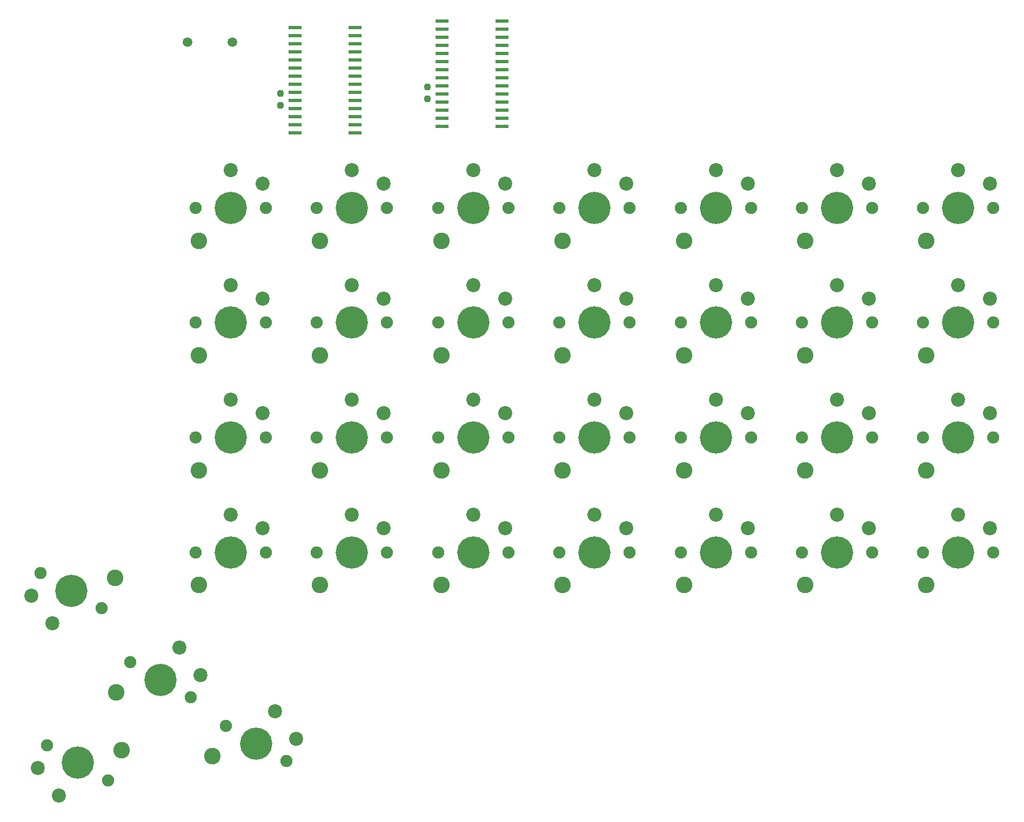
<source format=gbr>
%TF.GenerationSoftware,KiCad,Pcbnew,(6.0.9)*%
%TF.CreationDate,2022-12-02T11:24:13-08:00*%
%TF.ProjectId,keyboard_right,6b657962-6f61-4726-945f-72696768742e,rev?*%
%TF.SameCoordinates,Original*%
%TF.FileFunction,Soldermask,Bot*%
%TF.FilePolarity,Negative*%
%FSLAX46Y46*%
G04 Gerber Fmt 4.6, Leading zero omitted, Abs format (unit mm)*
G04 Created by KiCad (PCBNEW (6.0.9)) date 2022-12-02 11:24:13*
%MOMM*%
%LPD*%
G01*
G04 APERTURE LIST*
G04 Aperture macros list*
%AMRoundRect*
0 Rectangle with rounded corners*
0 $1 Rounding radius*
0 $2 $3 $4 $5 $6 $7 $8 $9 X,Y pos of 4 corners*
0 Add a 4 corners polygon primitive as box body*
4,1,4,$2,$3,$4,$5,$6,$7,$8,$9,$2,$3,0*
0 Add four circle primitives for the rounded corners*
1,1,$1+$1,$2,$3*
1,1,$1+$1,$4,$5*
1,1,$1+$1,$6,$7*
1,1,$1+$1,$8,$9*
0 Add four rect primitives between the rounded corners*
20,1,$1+$1,$2,$3,$4,$5,0*
20,1,$1+$1,$4,$5,$6,$7,0*
20,1,$1+$1,$6,$7,$8,$9,0*
20,1,$1+$1,$8,$9,$2,$3,0*%
G04 Aperture macros list end*
%ADD10C,2.200000*%
%ADD11C,5.050000*%
%ADD12C,1.900000*%
%ADD13C,2.600000*%
%ADD14R,2.000000X0.600000*%
%ADD15RoundRect,0.237500X0.237500X-0.250000X0.237500X0.250000X-0.237500X0.250000X-0.237500X-0.250000X0*%
%ADD16C,1.500000*%
G04 APERTURE END LIST*
D10*
%TO.C,SW32*%
X95950000Y-133890450D03*
X99230127Y-138209103D03*
D11*
X93000000Y-139000000D03*
D12*
X88236860Y-136250000D03*
X97763140Y-141750000D03*
D13*
X86094873Y-140960031D03*
%TD*%
D10*
%TO.C,SW30*%
X62050000Y-147109550D03*
X58769873Y-142790897D03*
D11*
X65000000Y-142000000D03*
D12*
X69763140Y-144750000D03*
X60236860Y-139250000D03*
D13*
X71905127Y-140039969D03*
%TD*%
D10*
%TO.C,SW29*%
X61050000Y-120109550D03*
X57769873Y-115790897D03*
D11*
X64000000Y-115000000D03*
D12*
X68763140Y-117750000D03*
X59236860Y-112250000D03*
D13*
X70905127Y-113039969D03*
%TD*%
D10*
%TO.C,SW4*%
X203000000Y-103100000D03*
X208000000Y-105200000D03*
D11*
X203000000Y-109000000D03*
D12*
X197500000Y-109000000D03*
X208500000Y-109000000D03*
D13*
X198000000Y-114150000D03*
%TD*%
D10*
%TO.C,SW2*%
X203000000Y-67100000D03*
X208000000Y-69200000D03*
D11*
X203000000Y-73000000D03*
D12*
X197500000Y-73000000D03*
X208500000Y-73000000D03*
D13*
X198000000Y-78150000D03*
%TD*%
D10*
%TO.C,SW1*%
X203000000Y-49100000D03*
X208000000Y-51200000D03*
D11*
X203000000Y-55000000D03*
D12*
X197500000Y-55000000D03*
X208500000Y-55000000D03*
D13*
X198000000Y-60150000D03*
%TD*%
D10*
%TO.C,SW16*%
X146000000Y-103100000D03*
X151000000Y-105200000D03*
D11*
X146000000Y-109000000D03*
D12*
X140500000Y-109000000D03*
X151500000Y-109000000D03*
D13*
X141000000Y-114150000D03*
%TD*%
D10*
%TO.C,SW14*%
X146000000Y-67100000D03*
X151000000Y-69200000D03*
D11*
X146000000Y-73000000D03*
D12*
X140500000Y-73000000D03*
X151500000Y-73000000D03*
D13*
X141000000Y-78150000D03*
%TD*%
D10*
%TO.C,SW13*%
X146000000Y-49100000D03*
X151000000Y-51200000D03*
D11*
X146000000Y-55000000D03*
D12*
X140500000Y-55000000D03*
X151500000Y-55000000D03*
D13*
X141000000Y-60150000D03*
%TD*%
D14*
%TO.C,U2*%
X108497500Y-26745000D03*
X108497500Y-28015000D03*
X108497500Y-29285000D03*
X108497500Y-30555000D03*
X108497500Y-31825000D03*
X108497500Y-33095000D03*
X108497500Y-34365000D03*
X108497500Y-35635000D03*
X108497500Y-36905000D03*
X108497500Y-38175000D03*
X108497500Y-39445000D03*
X108497500Y-40715000D03*
X108497500Y-41985000D03*
X108497500Y-43255000D03*
X99097500Y-43255000D03*
X99097500Y-41985000D03*
X99097500Y-40715000D03*
X99097500Y-39445000D03*
X99097500Y-38175000D03*
X99097500Y-36905000D03*
X99097500Y-35635000D03*
X99097500Y-34365000D03*
X99097500Y-33095000D03*
X99097500Y-31825000D03*
X99097500Y-30555000D03*
X99097500Y-29285000D03*
X99097500Y-28015000D03*
X99097500Y-26745000D03*
%TD*%
%TO.C,U1*%
X131497500Y-25745000D03*
X131497500Y-27015000D03*
X131497500Y-28285000D03*
X131497500Y-29555000D03*
X131497500Y-30825000D03*
X131497500Y-32095000D03*
X131497500Y-33365000D03*
X131497500Y-34635000D03*
X131497500Y-35905000D03*
X131497500Y-37175000D03*
X131497500Y-38445000D03*
X131497500Y-39715000D03*
X131497500Y-40985000D03*
X131497500Y-42255000D03*
X122097500Y-42255000D03*
X122097500Y-40985000D03*
X122097500Y-39715000D03*
X122097500Y-38445000D03*
X122097500Y-37175000D03*
X122097500Y-35905000D03*
X122097500Y-34635000D03*
X122097500Y-33365000D03*
X122097500Y-32095000D03*
X122097500Y-30825000D03*
X122097500Y-29555000D03*
X122097500Y-28285000D03*
X122097500Y-27015000D03*
X122097500Y-25745000D03*
%TD*%
D10*
%TO.C,SW31*%
X80950000Y-123890450D03*
X84230127Y-128209103D03*
D11*
X78000000Y-129000000D03*
D12*
X73236860Y-126250000D03*
X82763140Y-131750000D03*
D13*
X71094873Y-130960031D03*
%TD*%
D10*
%TO.C,SW28*%
X89000000Y-103100000D03*
X94000000Y-105200000D03*
D11*
X89000000Y-109000000D03*
D12*
X83500000Y-109000000D03*
X94500000Y-109000000D03*
D13*
X84000000Y-114150000D03*
%TD*%
D10*
%TO.C,SW27*%
X89000000Y-85100000D03*
X94000000Y-87200000D03*
D11*
X89000000Y-91000000D03*
D12*
X83500000Y-91000000D03*
X94500000Y-91000000D03*
D13*
X84000000Y-96150000D03*
%TD*%
D10*
%TO.C,SW26*%
X89000000Y-67100000D03*
X94000000Y-69200000D03*
D11*
X89000000Y-73000000D03*
D12*
X83500000Y-73000000D03*
X94500000Y-73000000D03*
D13*
X84000000Y-78150000D03*
%TD*%
D10*
%TO.C,SW25*%
X89000000Y-49100000D03*
X94000000Y-51200000D03*
D11*
X89000000Y-55000000D03*
D12*
X83500000Y-55000000D03*
X94500000Y-55000000D03*
D13*
X84000000Y-60150000D03*
%TD*%
D10*
%TO.C,SW24*%
X108000000Y-103100000D03*
X113000000Y-105200000D03*
D11*
X108000000Y-109000000D03*
D12*
X102500000Y-109000000D03*
X113500000Y-109000000D03*
D13*
X103000000Y-114150000D03*
%TD*%
D10*
%TO.C,SW23*%
X108000000Y-85100000D03*
X113000000Y-87200000D03*
D11*
X108000000Y-91000000D03*
D12*
X102500000Y-91000000D03*
X113500000Y-91000000D03*
D13*
X103000000Y-96150000D03*
%TD*%
D10*
%TO.C,SW22*%
X108000000Y-67100000D03*
X113000000Y-69200000D03*
D11*
X108000000Y-73000000D03*
D12*
X102500000Y-73000000D03*
X113500000Y-73000000D03*
D13*
X103000000Y-78150000D03*
%TD*%
D10*
%TO.C,SW21*%
X108000000Y-49100000D03*
X113000000Y-51200000D03*
D11*
X108000000Y-55000000D03*
D12*
X102500000Y-55000000D03*
X113500000Y-55000000D03*
D13*
X103000000Y-60150000D03*
%TD*%
D10*
%TO.C,SW20*%
X127000000Y-103100000D03*
X132000000Y-105200000D03*
D11*
X127000000Y-109000000D03*
D12*
X121500000Y-109000000D03*
X132500000Y-109000000D03*
D13*
X122000000Y-114150000D03*
%TD*%
D10*
%TO.C,SW19*%
X127000000Y-85100000D03*
X132000000Y-87200000D03*
D11*
X127000000Y-91000000D03*
D12*
X121500000Y-91000000D03*
X132500000Y-91000000D03*
D13*
X122000000Y-96150000D03*
%TD*%
D10*
%TO.C,SW18*%
X127000000Y-67100000D03*
X132000000Y-69200000D03*
D11*
X127000000Y-73000000D03*
D12*
X121500000Y-73000000D03*
X132500000Y-73000000D03*
D13*
X122000000Y-78150000D03*
%TD*%
D10*
%TO.C,SW17*%
X127000000Y-49100000D03*
X132000000Y-51200000D03*
D11*
X127000000Y-55000000D03*
D12*
X121500000Y-55000000D03*
X132500000Y-55000000D03*
D13*
X122000000Y-60150000D03*
%TD*%
D10*
%TO.C,SW15*%
X146000000Y-85100000D03*
X151000000Y-87200000D03*
D11*
X146000000Y-91000000D03*
D12*
X140500000Y-91000000D03*
X151500000Y-91000000D03*
D13*
X141000000Y-96150000D03*
%TD*%
D10*
%TO.C,SW12*%
X165000000Y-103100000D03*
X170000000Y-105200000D03*
D11*
X165000000Y-109000000D03*
D12*
X159500000Y-109000000D03*
X170500000Y-109000000D03*
D13*
X160000000Y-114150000D03*
%TD*%
D10*
%TO.C,SW11*%
X165000000Y-85100000D03*
X170000000Y-87200000D03*
D11*
X165000000Y-91000000D03*
D12*
X159500000Y-91000000D03*
X170500000Y-91000000D03*
D13*
X160000000Y-96150000D03*
%TD*%
D10*
%TO.C,SW10*%
X165000000Y-67100000D03*
X170000000Y-69200000D03*
D11*
X165000000Y-73000000D03*
D12*
X159500000Y-73000000D03*
X170500000Y-73000000D03*
D13*
X160000000Y-78150000D03*
%TD*%
D10*
%TO.C,SW9*%
X165000000Y-49100000D03*
X170000000Y-51200000D03*
D11*
X165000000Y-55000000D03*
D12*
X159500000Y-55000000D03*
X170500000Y-55000000D03*
D13*
X160000000Y-60150000D03*
%TD*%
D10*
%TO.C,SW8*%
X184000000Y-103100000D03*
X189000000Y-105200000D03*
D11*
X184000000Y-109000000D03*
D12*
X178500000Y-109000000D03*
X189500000Y-109000000D03*
D13*
X179000000Y-114150000D03*
%TD*%
D10*
%TO.C,SW7*%
X184000000Y-85100000D03*
X189000000Y-87200000D03*
D11*
X184000000Y-91000000D03*
D12*
X178500000Y-91000000D03*
X189500000Y-91000000D03*
D13*
X179000000Y-96150000D03*
%TD*%
D10*
%TO.C,SW6*%
X184000000Y-67100000D03*
X189000000Y-69200000D03*
D11*
X184000000Y-73000000D03*
D12*
X178500000Y-73000000D03*
X189500000Y-73000000D03*
D13*
X179000000Y-78150000D03*
%TD*%
D10*
%TO.C,SW5*%
X184000000Y-49100000D03*
X189000000Y-51200000D03*
D11*
X184000000Y-55000000D03*
D12*
X178500000Y-55000000D03*
X189500000Y-55000000D03*
D13*
X179000000Y-60150000D03*
%TD*%
D10*
%TO.C,SW3*%
X203000000Y-85100000D03*
X208000000Y-87200000D03*
D11*
X203000000Y-91000000D03*
D12*
X197500000Y-91000000D03*
X208500000Y-91000000D03*
D13*
X198000000Y-96150000D03*
%TD*%
D15*
%TO.C,R4*%
X96797500Y-38912500D03*
X96797500Y-37087500D03*
%TD*%
%TO.C,R3*%
X119797500Y-37912500D03*
X119797500Y-36087500D03*
%TD*%
D16*
%TO.C,J1*%
X89225000Y-29000000D03*
X82225000Y-29000000D03*
%TD*%
M02*

</source>
